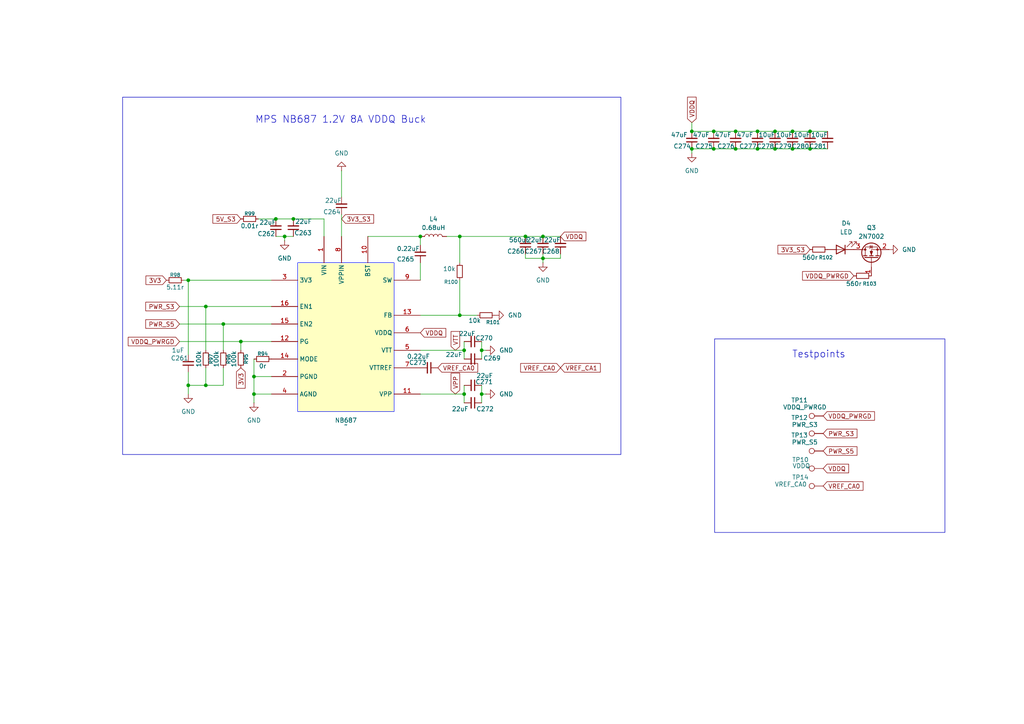
<source format=kicad_sch>
(kicad_sch (version 20250114) (generator "eeschema") (generator_version "9.0")
  (paper "A4")
  (title_block (title "Bugboard-1 D2000 mITX") (date "2025-05-23") (rev "1.0"))
  (lib_symbols
    (symbol "Connector:TestPoint" (pin_numbers (hide yes)) (pin_names (offset 0.762) (hide yes))
      (property "Reference" "TP" (at 0 6.858 0))
      (property "Value" "TestPoint" (at 0 5.08 0))
      (symbol "TestPoint_0_1"
        (circle (center 0 3.302) (radius 0.762))
      )
      (symbol "TestPoint_1_1"
        (pin passive line (at 0 0 90) (length 2.54) (name "1") (number "1"))
      )
    )
    (symbol "Device:C_Small" (pin_numbers (hide yes)) (pin_names (offset 0.254) (hide yes))
      (property "Reference" "C" (at 0.254 1.778 0))
      (property "Value" "C_Small" (at 0.254 -2.032 0))
      (symbol "C_Small_0_1"
        (polyline (pts (xy -1.524 0.508) (xy 1.524 0.508)) (stroke (width 0.3048)))
        (polyline (pts (xy -1.524 -0.508) (xy 1.524 -0.508)) (stroke (width 0.3302)))
      )
      (symbol "C_Small_1_1"
        (pin passive line (at 0 2.54 270) (length 2.032) (name "~") (number "1"))
        (pin passive line (at 0 -2.54 90) (length 2.032) (name "~") (number "2"))
      )
    )
    (symbol "Device:L" (pin_numbers (hide yes)) (pin_names (offset 1.016) (hide yes))
      (property "Reference" "L" (at -1.27 0 90))
      (property "Value" "L" (at 1.905 0 90))
      (symbol "L_0_1"
        (arc (start 0 2.54) (mid 0.6323 1.905) (end 0 1.27))
        (arc (start 0 1.27) (mid 0.6323 0.635) (end 0 0))
        (arc (start 0 0) (mid 0.6323 -0.635) (end 0 -1.27))
        (arc (start 0 -1.27) (mid 0.6323 -1.905) (end 0 -2.54))
      )
      (symbol "L_1_1"
        (pin passive line (at 0 3.81 270) (length 1.27) (name "1") (number "1"))
        (pin passive line (at 0 -3.81 90) (length 1.27) (name "2") (number "2"))
      )
    )
    (symbol "Device:LED" (pin_numbers (hide yes)) (pin_names (offset 1.016) (hide yes))
      (property "Reference" "D" (at 0 2.54 0))
      (property "Value" "LED" (at 0 -2.54 0))
      (symbol "LED_0_1"
        (polyline (pts (xy -3.048 -0.762) (xy -4.572 -2.286) (xy -3.81 -2.286) (xy -4.572 -2.286) (xy -4.572 -1.524)))
        (polyline (pts (xy -1.778 -0.762) (xy -3.302 -2.286) (xy -2.54 -2.286) (xy -3.302 -2.286) (xy -3.302 -1.524)))
        (polyline (pts (xy -1.27 0) (xy 1.27 0)))
        (polyline (pts (xy -1.27 -1.27) (xy -1.27 1.27)) (stroke (width 0.254)))
        (polyline (pts (xy 1.27 -1.27) (xy 1.27 1.27) (xy -1.27 0) (xy 1.27 -1.27)) (stroke (width 0.254)))
      )
      (symbol "LED_1_1"
        (pin passive line (at -3.81 0 0) (length 2.54) (name "K") (number "1"))
        (pin passive line (at 3.81 0 180) (length 2.54) (name "A") (number "2"))
      )
    )
    (symbol "Device:R_Small" (pin_numbers (hide yes)) (pin_names (offset 0.254) (hide yes))
      (property "Reference" "R" (at 0 0 90))
      (property "Value" "R_Small" (at 1.778 0 90))
      (symbol "R_Small_0_1"
        (rectangle (start -0.762 1.778) (end 0.762 -1.778) (stroke (width 0.2032)))
      )
      (symbol "R_Small_1_1"
        (pin passive line (at 0 2.54 270) (length 0.762) (name "~") (number "1"))
        (pin passive line (at 0 -2.54 90) (length 0.762) (name "~") (number "2"))
      )
    )
    (symbol "NB687GQ:NB687GQ"
      (property "Reference" "U" (at 0 0 0))
      (symbol "NB687GQ_1_0"
        (rectangle (start 15.24 20.32) (end -12.7 -22.86) (stroke (width 0) (color 0 11 255 1)) (fill (type background)))
        (pin passive line (at -20.32 15.24 0) (length 7.62) (name "3V3") (number "3"))
        (pin passive line (at -20.32 7.62 0) (length 7.62) (name "EN1") (number "16"))
        (pin passive line (at -20.32 2.54 0) (length 7.62) (name "EN2") (number "15"))
        (pin passive line (at -20.32 -2.54 0) (length 7.62) (name "PG") (number "12"))
        (pin passive line (at -20.32 -7.62 0) (length 7.62) (name "MODE") (number "14"))
        (pin passive line (at -20.32 -12.7 0) (length 7.62) (name "PGND") (number "2"))
        (pin passive line (at -20.32 -17.78 0) (length 7.62) (name "AGND") (number "4"))
        (pin passive line (at -5.08 27.94 270) (length 7.62) (name "VIN") (number "1"))
        (pin passive line (at 0 27.94 270) (length 7.62) (name "VPPIN") (number "8"))
        (pin passive line (at 7.62 27.94 270) (length 7.62) (name "BST") (number "10"))
        (pin passive line (at 22.86 15.24 180) (length 7.62) (name "SW") (number "9"))
        (pin passive line (at 22.86 5.08 180) (length 7.62) (name "FB") (number "13"))
        (pin passive line (at 22.86 0 180) (length 7.62) (name "VDDQ") (number "6"))
        (pin passive line (at 22.86 -5.08 180) (length 7.62) (name "VTT") (number "5"))
        (pin passive line (at 22.86 -10.16 180) (length 7.62) (name "VTTREF") (number "7"))
        (pin passive line (at 22.86 -17.78 180) (length 7.62) (name "VPP") (number "11"))
      )
    )
    (symbol "Transistor_FET:2N7002" (pin_names (hide yes))
      (property "Reference" "Q" (at 5.08 1.905 0))
      (property "Value" "2N7002" (at 5.08 0 0))
      (symbol "2N7002_0_1"
        (polyline (pts (xy 0.254 1.905) (xy 0.254 -1.905)) (stroke (width 0.254)))
        (polyline (pts (xy 0.254 0) (xy -2.54 0)))
        (polyline (pts (xy 0.762 2.286) (xy 0.762 1.27)) (stroke (width 0.254)))
        (polyline (pts (xy 0.762 0.508) (xy 0.762 -0.508)) (stroke (width 0.254)))
        (polyline (pts (xy 0.762 -1.27) (xy 0.762 -2.286)) (stroke (width 0.254)))
        (polyline (pts (xy 0.762 -1.778) (xy 3.302 -1.778) (xy 3.302 1.778) (xy 0.762 1.778)))
        (polyline (pts (xy 1.016 0) (xy 2.032 0.381) (xy 2.032 -0.381) (xy 1.016 0)) (fill (type outline)))
        (circle (center 1.651 0) (radius 2.794) (stroke (width 0.254)))
        (polyline (pts (xy 2.54 2.54) (xy 2.54 1.778)))
        (circle (center 2.54 1.778) (radius 0.254) (fill (type outline)))
        (circle (center 2.54 -1.778) (radius 0.254) (fill (type outline)))
        (polyline (pts (xy 2.54 -2.54) (xy 2.54 0) (xy 0.762 0)))
        (polyline (pts (xy 2.794 0.508) (xy 2.921 0.381) (xy 3.683 0.381) (xy 3.81 0.254)))
        (polyline (pts (xy 3.302 0.381) (xy 2.921 -0.254) (xy 3.683 -0.254) (xy 3.302 0.381)))
      )
      (symbol "2N7002_1_1"
        (pin input line (at -5.08 0 0) (length 2.54) (name "G") (number "1"))
        (pin passive line (at 2.54 5.08 270) (length 2.54) (name "D") (number "3"))
        (pin passive line (at 2.54 -5.08 90) (length 2.54) (name "S") (number "2"))
      )
    )
    (symbol "power:GND" (power) (pin_numbers (hide yes)) (pin_names (offset 0) (hide yes))
      (property "Value" "GND" (at 0 -3.81 0))
      (symbol "GND_0_1"
        (polyline (pts (xy 0 0) (xy 0 -1.27) (xy 1.27 -1.27) (xy 0 -2.54) (xy -1.27 -1.27) (xy 0 -1.27)))
      )
      (symbol "GND_1_1"
        (pin power_in line (at 0 0 270) (length 0) (name "~") (number "1"))
      )
    )
  )
  (rectangle (start 35.56 28.194) (end 180.086 131.826))
  (rectangle (start 207.264 98.298) (end 274.066 154.432))
  (text "MPS NB687 1.2V 8A VDDQ Buck\n" (at 98.806 34.798 0) (effects (font (size 2.032 2.032))))
  (text "Testpoints" (at 237.49 102.87 0) (effects (font (size 2.032 2.032))))
  (junction (at 207.01 38.1))
  (junction (at 200.66 43.18))
  (junction (at 121.92 68.58))
  (junction (at 213.36 43.18))
  (junction (at 69.85 99.06))
  (junction (at 73.66 109.22))
  (junction (at 152.4 68.58))
  (junction (at 139.7 101.6))
  (junction (at 59.69 88.9))
  (junction (at 82.55 68.58))
  (junction (at 54.61 81.28))
  (junction (at 234.95 38.1))
  (junction (at 85.09 63.5))
  (junction (at 54.61 111.76))
  (junction (at 234.95 43.18))
  (junction (at 157.48 74.93))
  (junction (at 133.35 91.44))
  (junction (at 134.62 114.3))
  (junction (at 219.71 43.18))
  (junction (at 157.48 68.58))
  (junction (at 229.87 43.18))
  (junction (at 224.79 43.18))
  (junction (at 207.01 43.18))
  (junction (at 134.62 101.6))
  (junction (at 229.87 38.1))
  (junction (at 200.66 38.1))
  (junction (at 133.35 68.58))
  (junction (at 219.71 38.1))
  (junction (at 64.77 93.98))
  (junction (at 73.66 114.3))
  (junction (at 59.69 111.76))
  (junction (at 80.01 63.5))
  (junction (at 213.36 38.1))
  (junction (at 139.7 114.3))
  (junction (at 224.79 38.1))
  (wire (pts (xy 52.07 99.06) (xy 69.85 99.06)))
  (wire (pts (xy 54.61 114.3) (xy 54.61 111.76)))
  (wire (pts (xy 152.4 68.58) (xy 157.48 68.58)))
  (wire (pts (xy 99.06 62.23) (xy 99.06 68.58)))
  (wire (pts (xy 213.36 43.18) (xy 207.01 43.18)))
  (wire (pts (xy 234.95 38.1) (xy 240.03 38.1)))
  (wire (pts (xy 229.87 38.1) (xy 234.95 38.1)))
  (wire (pts (xy 133.35 68.58) (xy 152.4 68.58)))
  (wire (pts (xy 59.69 111.76) (xy 59.69 106.68)))
  (wire (pts (xy 157.48 73.66) (xy 157.48 74.93)))
  (wire (pts (xy 224.79 43.18) (xy 219.71 43.18)))
  (wire (pts (xy 73.66 114.3) (xy 73.66 109.22)))
  (wire (pts (xy 74.93 63.5) (xy 80.01 63.5)))
  (wire (pts (xy 121.92 76.2) (xy 121.92 81.28)))
  (wire (pts (xy 219.71 43.18) (xy 213.36 43.18)))
  (wire (pts (xy 64.77 111.76) (xy 59.69 111.76)))
  (wire (pts (xy 99.06 49.53) (xy 99.06 57.15)))
  (wire (pts (xy 157.48 68.58) (xy 162.56 68.58)))
  (wire (pts (xy 129.54 68.58) (xy 133.35 68.58)))
  (wire (pts (xy 134.62 114.3) (xy 134.62 116.84)))
  (wire (pts (xy 59.69 111.76) (xy 54.61 111.76)))
  (wire (pts (xy 133.35 76.2) (xy 133.35 68.58)))
  (wire (pts (xy 234.95 43.18) (xy 229.87 43.18)))
  (wire (pts (xy 80.01 63.5) (xy 85.09 63.5)))
  (wire (pts (xy 134.62 101.6) (xy 134.62 99.06)))
  (wire (pts (xy 157.48 76.2) (xy 157.48 74.93)))
  (wire (pts (xy 73.66 114.3) (xy 78.74 114.3)))
  (wire (pts (xy 73.66 109.22) (xy 78.74 109.22)))
  (wire (pts (xy 69.85 99.06) (xy 78.74 99.06)))
  (wire (pts (xy 139.7 114.3) (xy 139.7 116.84)))
  (wire (pts (xy 121.92 101.6) (xy 134.62 101.6)))
  (wire (pts (xy 73.66 104.14) (xy 73.66 109.22)))
  (wire (pts (xy 106.68 68.58) (xy 121.92 68.58)))
  (wire (pts (xy 219.71 38.1) (xy 224.79 38.1)))
  (wire (pts (xy 73.66 116.84) (xy 73.66 114.3)))
  (wire (pts (xy 134.62 101.6) (xy 134.62 104.14)))
  (wire (pts (xy 162.56 74.93) (xy 162.56 73.66)))
  (wire (pts (xy 121.92 68.58) (xy 121.92 71.12)))
  (wire (pts (xy 52.07 88.9) (xy 59.69 88.9)))
  (wire (pts (xy 138.43 91.44) (xy 133.35 91.44)))
  (wire (pts (xy 82.55 68.58) (xy 82.55 69.85)))
  (wire (pts (xy 200.66 43.18) (xy 200.66 44.45)))
  (wire (pts (xy 139.7 114.3) (xy 140.97 114.3)))
  (wire (pts (xy 200.66 38.1) (xy 207.01 38.1)))
  (wire (pts (xy 59.69 101.6) (xy 59.69 88.9)))
  (wire (pts (xy 121.92 114.3) (xy 134.62 114.3)))
  (wire (pts (xy 229.87 43.18) (xy 224.79 43.18)))
  (wire (pts (xy 69.85 101.6) (xy 69.85 99.06)))
  (wire (pts (xy 54.61 107.95) (xy 54.61 111.76)))
  (wire (pts (xy 133.35 91.44) (xy 133.35 81.28)))
  (wire (pts (xy 139.7 99.06) (xy 139.7 101.6)))
  (wire (pts (xy 240.03 43.18) (xy 234.95 43.18)))
  (wire (pts (xy 134.62 114.3) (xy 134.62 111.76)))
  (wire (pts (xy 152.4 74.93) (xy 157.48 74.93)))
  (wire (pts (xy 213.36 38.1) (xy 219.71 38.1)))
  (wire (pts (xy 85.09 63.5) (xy 93.98 63.5)))
  (wire (pts (xy 80.01 68.58) (xy 82.55 68.58)))
  (wire (pts (xy 64.77 101.6) (xy 64.77 93.98)))
  (wire (pts (xy 53.34 81.28) (xy 54.61 81.28)))
  (wire (pts (xy 207.01 43.18) (xy 200.66 43.18)))
  (wire (pts (xy 139.7 101.6) (xy 140.97 101.6)))
  (wire (pts (xy 207.01 38.1) (xy 213.36 38.1)))
  (wire (pts (xy 93.98 63.5) (xy 93.98 68.58)))
  (wire (pts (xy 59.69 88.9) (xy 78.74 88.9)))
  (wire (pts (xy 64.77 106.68) (xy 64.77 111.76)))
  (wire (pts (xy 157.48 74.93) (xy 162.56 74.93)))
  (wire (pts (xy 54.61 81.28) (xy 78.74 81.28)))
  (wire (pts (xy 139.7 111.76) (xy 139.7 114.3)))
  (wire (pts (xy 64.77 93.98) (xy 78.74 93.98)))
  (wire (pts (xy 121.92 91.44) (xy 133.35 91.44)))
  (wire (pts (xy 52.07 93.98) (xy 64.77 93.98)))
  (wire (pts (xy 200.66 35.56) (xy 200.66 38.1)))
  (wire (pts (xy 82.55 68.58) (xy 85.09 68.58)))
  (wire (pts (xy 152.4 74.93) (xy 152.4 73.66)))
  (wire (pts (xy 54.61 81.28) (xy 54.61 102.87)))
  (wire (pts (xy 224.79 38.1) (xy 229.87 38.1)))
  (wire (pts (xy 139.7 101.6) (xy 139.7 104.14)))
  (global_label "3V3_S3" (shape input) (at 99.06 63.5 0) (property "Intersheetrefs" "${INTERSHEET_REFS}" (effects (hide yes))))
  (global_label "3V3" (shape input) (at 69.85 106.68 270) (property "Intersheetrefs" "${INTERSHEET_REFS}" (effects (hide yes))))
  (global_label "VTT" (shape input) (at 132.08 101.6 90) (property "Intersheetrefs" "${INTERSHEET_REFS}" (effects (hide yes))))
  (global_label "VDDQ" (shape input) (at 200.66 35.56 90) (property "Intersheetrefs" "${INTERSHEET_REFS}" (effects (hide yes))))
  (global_label "VREF_CA0" (shape input) (at 238.76 140.97 0) (property "Intersheetrefs" "${INTERSHEET_REFS}" (effects (hide yes))))
  (global_label "VDDQ" (shape input) (at 238.76 135.89 0) (property "Intersheetrefs" "${INTERSHEET_REFS}" (effects (hide yes))))
  (global_label "VDDQ" (shape input) (at 162.56 68.58 0) (property "Intersheetrefs" "${INTERSHEET_REFS}" (effects (hide yes))))
  (global_label "3V3" (shape input) (at 48.26 81.28 180) (property "Intersheetrefs" "${INTERSHEET_REFS}" (effects (hide yes))))
  (global_label "VDDQ_PWRGD" (shape input) (at 52.07 99.06 180) (property "Intersheetrefs" "${INTERSHEET_REFS}" (effects (hide yes))))
  (global_label "PWR_S5" (shape input) (at 52.07 93.98 180) (property "Intersheetrefs" "${INTERSHEET_REFS}" (effects (hide yes))))
  (global_label "VREF_CA1" (shape input) (at 162.56 106.68 0) (property "Intersheetrefs" "${INTERSHEET_REFS}" (effects (hide yes))))
  (global_label "PWR_S3" (shape input) (at 238.76 125.73 0) (property "Intersheetrefs" "${INTERSHEET_REFS}" (effects (hide yes))))
  (global_label "VREF_CA0" (shape input) (at 127 106.68 0) (property "Intersheetrefs" "${INTERSHEET_REFS}" (effects (hide yes))))
  (global_label "VREF_CA0" (shape input) (at 162.56 106.68 180) (property "Intersheetrefs" "${INTERSHEET_REFS}" (effects (hide yes))))
  (global_label "VDDQ_PWRGD" (shape input) (at 238.76 120.65 0) (property "Intersheetrefs" "${INTERSHEET_REFS}" (effects (hide yes))))
  (global_label "VDDQ" (shape input) (at 121.92 96.52 0) (property "Intersheetrefs" "${INTERSHEET_REFS}" (effects (hide yes))))
  (global_label "PWR_S5" (shape input) (at 238.76 130.81 0) (property "Intersheetrefs" "${INTERSHEET_REFS}" (effects (hide yes))))
  (global_label "VDDQ_PWRGD" (shape input) (at 247.65 80.01 180) (property "Intersheetrefs" "${INTERSHEET_REFS}" (effects (hide yes))))
  (global_label "PWR_S3" (shape input) (at 52.07 88.9 180) (property "Intersheetrefs" "${INTERSHEET_REFS}" (effects (hide yes))))
  (global_label "VPP" (shape input) (at 132.08 114.3 90) (property "Intersheetrefs" "${INTERSHEET_REFS}" (effects (hide yes))))
  (global_label "3V3_S3" (shape input) (at 234.95 72.39 180) (property "Intersheetrefs" "${INTERSHEET_REFS}" (effects (hide yes))))
  (global_label "5V_S3" (shape input) (at 69.85 63.5 180) (property "Intersheetrefs" "${INTERSHEET_REFS}" (effects (hide yes))))
  (symbol (lib_id "Device:R_Small") (at 250.19 80.01 270) (unit 1)
    (property "Reference" "R103" (at 252.222 82.296 90) (effects (font (size 1.016 1.016))))
    (property "Value" "560r" (at 247.65 82.296 90))
    (property "Footprint" "Resistor_SMD:R_0402_1005Metric" (effects (hide yes)))
    (property "Description" "Resistor, small symbol" (effects (hide yes)))
  )
  (symbol (lib_id "Device:C_Small") (at 162.56 71.12 180) (unit 1)
    (property "Reference" "C268" (at 157.226 72.898 0) (effects (justify right)))
    (property "Value" "22uF" (at 157.734 69.596 0) (effects (justify right)))
    (property "Footprint" "Capacitor_SMD:C_0603_1608Metric" (effects (hide yes)))
    (property "Description" "Unpolarized capacitor, small symbol" (effects (hide yes)))
  )
  (symbol (lib_id "power:GND") (at 54.61 114.3 0) (unit 1)
    (property "Reference" "#PWR051" (effects (hide yes)))
    (property "Value" "GND" (at 54.61 119.38 0))
    (property "Description" "Power symbol creates a global label with name \"GND\" , ground" (effects (hide yes)))
  )
  (symbol (lib_id "power:GND") (at 257.81 72.39 90) (unit 1)
    (property "Reference" "#PWR0147" (effects (hide yes)))
    (property "Value" "GND" (at 261.62 72.3899 90) (effects (justify right)))
    (property "Description" "Power symbol creates a global label with name \"GND\" , ground" (effects (hide yes)))
  )
  (symbol (lib_id "Device:C_Small") (at 157.48 71.12 180) (unit 1)
    (property "Reference" "C267" (at 152.146 72.898 0) (effects (justify right)))
    (property "Value" "22uF" (at 152.654 69.596 0) (effects (justify right)))
    (property "Footprint" "Capacitor_SMD:C_0603_1608Metric" (effects (hide yes)))
    (property "Description" "Unpolarized capacitor, small symbol" (effects (hide yes)))
  )
  (symbol (lib_id "Device:C_Small") (at 152.4 71.12 180) (unit 1)
    (property "Reference" "C266" (at 147.066 72.898 0) (effects (justify right)))
    (property "Value" "560uF" (at 147.574 69.596 0) (effects (justify right)))
    (property "Footprint" "Capacitor_SMD:C_1206_3216Metric" (effects (hide yes)))
    (property "Description" "Unpolarized capacitor, small symbol" (effects (hide yes)))
  )
  (symbol (lib_id "Device:C_Small") (at 219.71 40.64 180) (unit 1)
    (property "Reference" "C277" (at 214.376 42.418 0) (effects (justify right)))
    (property "Value" "47uF" (at 213.614 39.116 0) (effects (justify right)))
    (property "Footprint" "Capacitor_SMD:C_1206_3216Metric" (effects (hide yes)))
    (property "Description" "Unpolarized capacitor, small symbol" (effects (hide yes)))
  )
  (symbol (lib_id "Transistor_FET:2N7002") (at 252.73 74.93 90) (unit 1)
    (property "Reference" "Q3" (at 252.73 66.04 90))
    (property "Value" "2N7002" (at 252.73 68.58 90))
    (property "Footprint" "Package_TO_SOT_SMD:SOT-23" (effects (hide yes)))
    (property "Datasheet" "https://www.onsemi.com/pub/Collateral/NDS7002A-D.PDF" (effects (hide yes)))
    (property "Description" "0.115A Id, 60V Vds, N-Channel MOSFET, SOT-23" (effects (hide yes)))
  )
  (symbol (lib_id "Connector:TestPoint") (at 238.76 130.81 90) (unit 1)
    (property "Reference" "TP13" (at 231.902 126.238 90))
    (property "Value" "PWR_S5" (at 233.426 128.27 90))
    (property "Description" "test point" (effects (hide yes)))
  )
  (symbol (lib_id "Device:C_Small") (at 229.87 40.64 180) (unit 1)
    (property "Reference" "C279" (at 224.536 42.418 0) (effects (justify right)))
    (property "Value" "10uF" (at 225.044 39.116 0) (effects (justify right)))
    (property "Footprint" "Capacitor_SMD:C_0603_1608Metric" (effects (hide yes)))
    (property "Description" "Unpolarized capacitor, small symbol" (effects (hide yes)))
  )
  (symbol (lib_id "Device:R_Small") (at 64.77 104.14 0) (unit 1)
    (property "Reference" "R96" (at 66.294 104.14 90) (effects (font (size 1.016 1.016))))
    (property "Value" "100k" (at 62.738 104.14 90))
    (property "Footprint" "Resistor_SMD:R_0402_1005Metric" (effects (hide yes)))
    (property "Description" "Resistor, small symbol" (effects (hide yes)))
  )
  (symbol (lib_id "Device:C_Small") (at 54.61 105.41 180) (unit 1)
    (property "Reference" "C261" (at 49.53 103.886 0) (effects (justify right)))
    (property "Value" "1uF" (at 49.784 101.6 0) (effects (justify right)))
    (property "Footprint" "Capacitor_SMD:C_0402_1005Metric" (effects (hide yes)))
    (property "Description" "Unpolarized capacitor, small symbol" (effects (hide yes)))
  )
  (symbol (lib_id "Connector:TestPoint") (at 238.76 135.89 90) (unit 1)
    (property "Reference" "TP10" (at 232.156 133.35 90))
    (property "Value" "VDDQ" (at 232.41 135.128 90))
    (property "Description" "test point" (effects (hide yes)))
  )
  (symbol (lib_id "power:GND") (at 140.97 114.3 90) (unit 1)
    (property "Reference" "#PWR055" (effects (hide yes)))
    (property "Value" "GND" (at 144.78 114.2999 90) (effects (justify right)))
    (property "Description" "Power symbol creates a global label with name \"GND\" , ground" (effects (hide yes)))
  )
  (symbol (lib_id "Device:C_Small") (at 137.16 116.84 270) (unit 1)
    (property "Reference" "C272" (at 143.256 118.618 90) (effects (justify right)))
    (property "Value" "22uF" (at 135.89 118.618 90) (effects (justify right)))
    (property "Footprint" "Capacitor_SMD:C_0603_1608Metric" (effects (hide yes)))
    (property "Description" "Unpolarized capacitor, small symbol" (effects (hide yes)))
  )
  (symbol (lib_id "Connector:TestPoint") (at 238.76 125.73 90) (unit 1)
    (property "Reference" "TP12" (at 231.902 121.158 90))
    (property "Value" "PWR_S3" (at 233.426 123.19 90))
    (property "Description" "test point" (effects (hide yes)))
  )
  (symbol (lib_id "Device:R_Small") (at 133.35 78.74 180) (unit 1)
    (property "Reference" "R100" (at 130.81 81.788 0) (effects (font (size 1.016 1.016))))
    (property "Value" "10k" (at 130.302 77.978 0))
    (property "Footprint" "Resistor_SMD:R_0402_1005Metric" (effects (hide yes)))
    (property "Description" "Resistor, small symbol" (effects (hide yes)))
  )
  (symbol (lib_id "Device:C_Small") (at 207.01 40.64 180) (unit 1)
    (property "Reference" "C275" (at 201.676 42.418 0) (effects (justify right)))
    (property "Value" "47uF" (at 200.914 39.116 0) (effects (justify right)))
    (property "Footprint" "Capacitor_SMD:C_1206_3216Metric" (effects (hide yes)))
    (property "Description" "Unpolarized capacitor, small symbol" (effects (hide yes)))
  )
  (symbol (lib_id "Device:C_Small") (at 200.66 40.64 180) (unit 1)
    (property "Reference" "C274" (at 195.326 42.418 0) (effects (justify right)))
    (property "Value" "47uF" (at 194.564 39.116 0) (effects (justify right)))
    (property "Footprint" "Capacitor_SMD:C_1206_3216Metric" (effects (hide yes)))
    (property "Description" "Unpolarized capacitor, small symbol" (effects (hide yes)))
  )
  (symbol (lib_id "Device:R_Small") (at 50.8 81.28 90) (unit 1)
    (property "Reference" "R98" (at 50.8 79.756 90) (effects (font (size 1.016 1.016))))
    (property "Value" "5.11r" (at 50.8 83.312 90))
    (property "Footprint" "Resistor_SMD:R_0402_1005Metric" (effects (hide yes)))
    (property "Description" "Resistor, small symbol" (effects (hide yes)))
  )
  (symbol (lib_id "Device:R_Small") (at 69.85 104.14 0) (unit 1)
    (property "Reference" "R95" (at 71.374 104.14 90) (effects (font (size 1.016 1.016))))
    (property "Value" "100k" (at 67.818 104.14 90))
    (property "Footprint" "Resistor_SMD:R_0402_1005Metric" (effects (hide yes)))
    (property "Description" "Resistor, small symbol" (effects (hide yes)))
  )
  (symbol (lib_id "power:GND") (at 140.97 101.6 90) (unit 1)
    (property "Reference" "#PWR054" (effects (hide yes)))
    (property "Value" "GND" (at 144.78 101.5999 90) (effects (justify right)))
    (property "Description" "Power symbol creates a global label with name \"GND\" , ground" (effects (hide yes)))
  )
  (symbol (lib_id "Device:C_Small") (at 121.92 73.66 180) (unit 1)
    (property "Reference" "C265" (at 115.062 75.184 0) (effects (justify right)))
    (property "Value" "0.22uF" (at 115.062 72.136 0) (effects (justify right)))
    (property "Footprint" "Capacitor_SMD:C_0402_1005Metric" (effects (hide yes)))
    (property "Description" "Unpolarized capacitor, small symbol" (effects (hide yes)))
  )
  (symbol (lib_id "Device:C_Small") (at 137.16 111.76 270) (unit 1)
    (property "Reference" "C271" (at 143.002 110.744 90) (effects (justify right)))
    (property "Value" "22uF" (at 143.002 108.966 90) (effects (justify right)))
    (property "Footprint" "Capacitor_SMD:C_0603_1608Metric" (effects (hide yes)))
    (property "Description" "Unpolarized capacitor, small symbol" (effects (hide yes)))
  )
  (symbol (lib_id "Device:R_Small") (at 72.39 63.5 90) (unit 1)
    (property "Reference" "R99" (at 72.39 61.976 90) (effects (font (size 1.016 1.016))))
    (property "Value" "0.01r" (at 72.39 65.532 90))
    (property "Footprint" "Resistor_SMD:R_1206_3216Metric" (effects (hide yes)))
    (property "Description" "Resistor, small symbol" (effects (hide yes)))
  )
  (symbol (lib_id "power:GND") (at 73.66 116.84 0) (unit 1)
    (property "Reference" "#PWR050" (effects (hide yes)))
    (property "Value" "GND" (at 73.66 121.92 0))
    (property "Description" "Power symbol creates a global label with name \"GND\" , ground" (effects (hide yes)))
  )
  (symbol (lib_id "power:GND") (at 157.48 76.2 0) (unit 1)
    (property "Reference" "#PWR0145" (effects (hide yes)))
    (property "Value" "GND" (at 157.48 81.28 0))
    (property "Description" "Power symbol creates a global label with name \"GND\" , ground" (effects (hide yes)))
  )
  (symbol (lib_id "Connector:TestPoint") (at 238.76 120.65 90) (unit 1)
    (property "Reference" "TP11" (at 231.902 116.078 90))
    (property "Value" "VDDQ_PWRGD" (at 233.426 118.11 90))
    (property "Description" "test point" (effects (hide yes)))
  )
  (symbol (lib_id "Device:C_Small") (at 99.06 59.69 180) (unit 1)
    (property "Reference" "C264" (at 93.726 61.468 0) (effects (justify right)))
    (property "Value" "22uF" (at 94.234 58.166 0) (effects (justify right)))
    (property "Footprint" "Capacitor_SMD:C_0603_1608Metric" (effects (hide yes)))
    (property "Description" "Unpolarized capacitor, small symbol" (effects (hide yes)))
  )
  (symbol (lib_id "Device:C_Small") (at 85.09 66.04 180) (unit 1)
    (property "Reference" "C263" (at 85.344 67.564 0) (effects (justify right)))
    (property "Value" "22uF" (at 85.598 64.262 0) (effects (justify right)))
    (property "Footprint" "Capacitor_SMD:C_0603_1608Metric" (effects (hide yes)))
    (property "Description" "Unpolarized capacitor, small symbol" (effects (hide yes)))
  )
  (symbol (lib_id "Device:R_Small") (at 76.2 104.14 90) (unit 1)
    (property "Reference" "R94" (at 76.2 102.616 90) (effects (font (size 1.016 1.016))))
    (property "Value" "0r" (at 76.2 106.172 90))
    (property "Footprint" "Resistor_SMD:R_0402_1005Metric" (effects (hide yes)))
    (property "Description" "Resistor, small symbol" (effects (hide yes)))
  )
  (symbol (lib_id "Device:R_Small") (at 59.69 104.14 0) (unit 1)
    (property "Reference" "R97" (at 61.214 104.14 90) (effects (font (size 1.016 1.016))))
    (property "Value" "100k" (at 57.658 104.14 90))
    (property "Footprint" "Resistor_SMD:R_0402_1005Metric" (effects (hide yes)))
    (property "Description" "Resistor, small symbol" (effects (hide yes)))
  )
  (symbol (lib_id "Device:C_Small") (at 80.01 66.04 180) (unit 1)
    (property "Reference" "C262" (at 74.676 67.818 0) (effects (justify right)))
    (property "Value" "22uF" (at 75.184 64.516 0) (effects (justify right)))
    (property "Footprint" "Capacitor_SMD:C_0603_1608Metric" (effects (hide yes)))
    (property "Description" "Unpolarized capacitor, small symbol" (effects (hide yes)))
  )
  (symbol (lib_id "power:GND") (at 200.66 44.45 0) (unit 1)
    (property "Reference" "#PWR0146" (effects (hide yes)))
    (property "Value" "GND" (at 200.66 49.53 0))
    (property "Description" "Power symbol creates a global label with name \"GND\" , ground" (effects (hide yes)))
  )
  (symbol (lib_id "power:GND") (at 82.55 69.85 0) (unit 1)
    (property "Reference" "#PWR049" (effects (hide yes)))
    (property "Value" "GND" (at 82.55 74.93 0))
    (property "Description" "Power symbol creates a global label with name \"GND\" , ground" (effects (hide yes)))
  )
  (symbol (lib_id "Device:C_Small") (at 137.16 104.14 270) (unit 1)
    (property "Reference" "C269" (at 145.288 103.886 90) (effects (justify right)))
    (property "Value" "22uF" (at 134.112 102.87 90) (effects (justify right)))
    (property "Footprint" "Capacitor_SMD:C_0603_1608Metric" (effects (hide yes)))
    (property "Description" "Unpolarized capacitor, small symbol" (effects (hide yes)))
  )
  (symbol (lib_id "Device:C_Small") (at 234.95 40.64 180) (unit 1)
    (property "Reference" "C280" (at 229.616 42.418 0) (effects (justify right)))
    (property "Value" "10uF" (at 230.124 39.116 0) (effects (justify right)))
    (property "Footprint" "Capacitor_SMD:C_0603_1608Metric" (effects (hide yes)))
    (property "Description" "Unpolarized capacitor, small symbol" (effects (hide yes)))
  )
  (symbol (lib_id "Device:R_Small") (at 140.97 91.44 270) (unit 1)
    (property "Reference" "R101" (at 143.002 93.472 90) (effects (font (size 1.016 1.016))))
    (property "Value" "10k" (at 137.668 92.964 90))
    (property "Footprint" "Resistor_SMD:R_0402_1005Metric" (effects (hide yes)))
    (property "Description" "Resistor, small symbol" (effects (hide yes)))
  )
  (symbol (lib_id "Device:C_Small") (at 124.46 106.68 270) (unit 1)
    (property "Reference" "C273" (at 118.618 105.156 90) (effects (justify left)))
    (property "Value" "0.22uF" (at 124.714 103.378 90) (effects (justify right)))
    (property "Footprint" "Capacitor_SMD:C_0402_1005Metric" (effects (hide yes)))
    (property "Description" "Unpolarized capacitor, small symbol" (effects (hide yes)))
  )
  (symbol (lib_id "Connector:TestPoint") (at 238.76 140.97 90) (unit 1)
    (property "Reference" "TP14" (at 232.156 138.43 90))
    (property "Value" "VREF_CA0" (at 229.362 140.462 90))
    (property "Description" "test point" (effects (hide yes)))
  )
  (symbol (lib_id "NB687GQ:NB687GQ") (at 99.06 96.52 0) (unit 1)
    (property "Reference" "NB687" (at 100.33 121.92 0))
    (property "Value" "~" (at 100.33 123.19 0))
  )
  (symbol (lib_id "Device:R_Small") (at 237.49 72.39 270) (unit 1)
    (property "Reference" "R102" (at 239.522 74.676 90) (effects (font (size 1.016 1.016))))
    (property "Value" "560r" (at 234.95 74.676 90))
    (property "Footprint" "Resistor_SMD:R_0402_1005Metric" (effects (hide yes)))
    (property "Description" "Resistor, small symbol" (effects (hide yes)))
  )
  (symbol (lib_id "Device:L") (at 125.73 68.58 90) (unit 1)
    (property "Reference" "L4" (at 125.73 63.5 90))
    (property "Value" "0.68uH" (at 125.73 66.04 90))
    (property "Description" "Inductor" (effects (hide yes)))
  )
  (symbol (lib_id "Device:C_Small") (at 137.16 99.06 270) (unit 1)
    (property "Reference" "C270" (at 143.002 98.044 90) (effects (justify right)))
    (property "Value" "22uF" (at 137.922 96.774 90) (effects (justify right)))
    (property "Footprint" "Capacitor_SMD:C_0603_1608Metric" (effects (hide yes)))
    (property "Description" "Unpolarized capacitor, small symbol" (effects (hide yes)))
  )
  (symbol (lib_id "Device:C_Small") (at 224.79 40.64 180) (unit 1)
    (property "Reference" "C278" (at 219.456 42.418 0) (effects (justify right)))
    (property "Value" "10uF" (at 219.964 39.116 0) (effects (justify right)))
    (property "Footprint" "Capacitor_SMD:C_0603_1608Metric" (effects (hide yes)))
    (property "Description" "Unpolarized capacitor, small symbol" (effects (hide yes)))
  )
  (symbol (lib_id "Device:C_Small") (at 213.36 40.64 180) (unit 1)
    (property "Reference" "C276" (at 208.026 42.418 0) (effects (justify right)))
    (property "Value" "47uF" (at 207.264 39.116 0) (effects (justify right)))
    (property "Footprint" "Capacitor_SMD:C_1206_3216Metric" (effects (hide yes)))
    (property "Description" "Unpolarized capacitor, small symbol" (effects (hide yes)))
  )
  (symbol (lib_id "power:GND") (at 143.51 91.44 90) (unit 1)
    (property "Reference" "#PWR053" (effects (hide yes)))
    (property "Value" "GND" (at 147.32 91.4399 90) (effects (justify right)))
    (property "Description" "Power symbol creates a global label with name \"GND\" , ground" (effects (hide yes)))
  )
  (symbol (lib_id "power:GND") (at 99.06 49.53 180) (unit 1)
    (property "Reference" "#PWR052" (effects (hide yes)))
    (property "Value" "GND" (at 99.06 44.45 0))
    (property "Description" "Power symbol creates a global label with name \"GND\" , ground" (effects (hide yes)))
  )
  (symbol (lib_id "Device:C_Small") (at 240.03 40.64 180) (unit 1)
    (property "Reference" "C281" (at 234.696 42.418 0) (effects (justify right)))
    (property "Value" "10uF" (at 235.204 39.116 0) (effects (justify right)))
    (property "Footprint" "Capacitor_SMD:C_0603_1608Metric" (effects (hide yes)))
    (property "Description" "Unpolarized capacitor, small symbol" (effects (hide yes)))
  )
  (symbol (lib_id "Device:LED") (at 243.84 72.39 180) (unit 1)
    (property "Reference" "D4" (at 245.4275 64.77 0))
    (property "Value" "LED" (at 245.4275 67.31 0))
    (property "Description" "Light emitting diode" (effects (hide yes)))
    (property "Sim.Pins" "1=K 2=A" (effects (hide yes)))
  )
)
</source>
